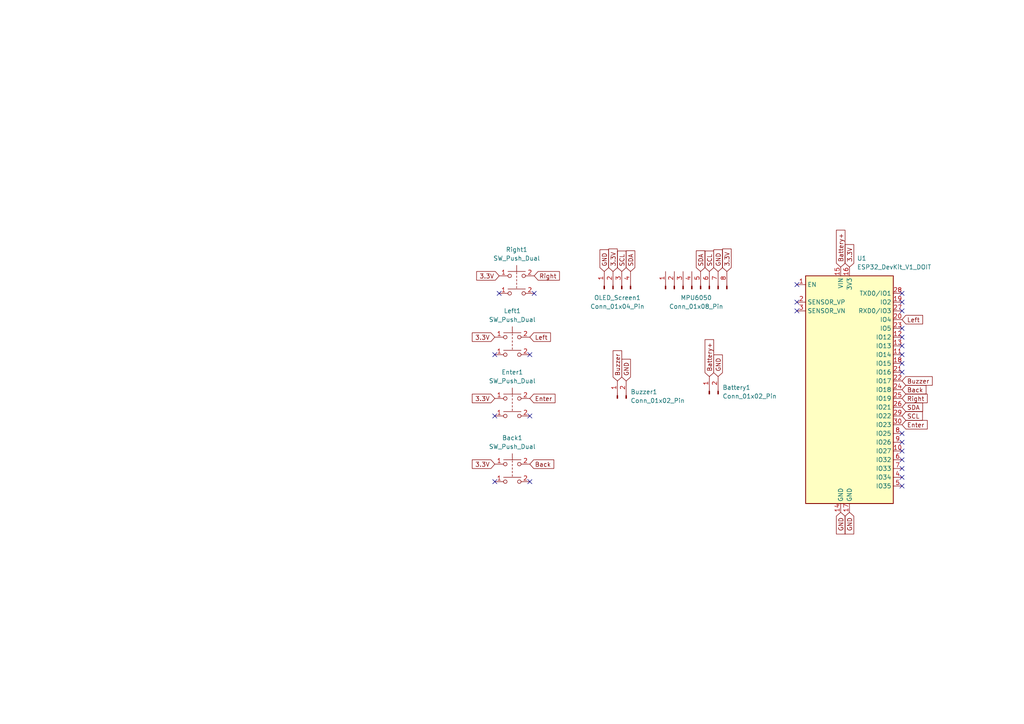
<source format=kicad_sch>
(kicad_sch (version 20230121) (generator eeschema)
  (paper "A4")
  (lib_symbols
    (symbol "Connector:Conn_01x02_Pin" (pin_names (offset 1.016) hide)
      (property "Reference" "J" (at 0 2.54 0))
      (property "Value" "Conn_01x02_Pin" (at 0 -5.08 0))
      (symbol "Conn_01x02_Pin_1_1"
        (polyline (pts (xy 1.27 -2.54) (xy 0.8636 -2.54)) (stroke (width 0.1524)))
        (polyline (pts (xy 1.27 0) (xy 0.8636 0)) (stroke (width 0.1524)))
        (rectangle (start 0.8636 -2.413) (end 0 -2.667) (stroke (width 0.1524)) (fill (type outline)))
        (rectangle (start 0.8636 0.127) (end 0 -0.127) (stroke (width 0.1524)) (fill (type outline)))
        (pin passive line (at 5.08 0 180) (length 3.81) (name "Pin_1") (number "1"))
        (pin passive line (at 5.08 -2.54 180) (length 3.81) (name "Pin_2") (number "2"))
      )
    )
    (symbol "Connector:Conn_01x04_Pin" (pin_names (offset 1.016) hide)
      (property "Reference" "J" (at 0 5.08 0))
      (property "Value" "Conn_01x04_Pin" (at 0 -7.62 0))
      (symbol "Conn_01x04_Pin_1_1"
        (polyline (pts (xy 1.27 -5.08) (xy 0.8636 -5.08)) (stroke (width 0.1524)))
        (polyline (pts (xy 1.27 -2.54) (xy 0.8636 -2.54)) (stroke (width 0.1524)))
        (polyline (pts (xy 1.27 0) (xy 0.8636 0)) (stroke (width 0.1524)))
        (polyline (pts (xy 1.27 2.54) (xy 0.8636 2.54)) (stroke (width 0.1524)))
        (rectangle (start 0.8636 -4.953) (end 0 -5.207) (stroke (width 0.1524)) (fill (type outline)))
        (rectangle (start 0.8636 -2.413) (end 0 -2.667) (stroke (width 0.1524)) (fill (type outline)))
        (rectangle (start 0.8636 0.127) (end 0 -0.127) (stroke (width 0.1524)) (fill (type outline)))
        (rectangle (start 0.8636 2.667) (end 0 2.413) (stroke (width 0.1524)) (fill (type outline)))
        (pin passive line (at 5.08 2.54 180) (length 3.81) (name "Pin_1") (number "1"))
        (pin passive line (at 5.08 0 180) (length 3.81) (name "Pin_2") (number "2"))
        (pin passive line (at 5.08 -2.54 180) (length 3.81) (name "Pin_3") (number "3"))
        (pin passive line (at 5.08 -5.08 180) (length 3.81) (name "Pin_4") (number "4"))
      )
    )
    (symbol "Connector:Conn_01x08_Pin" (pin_names (offset 1.016) hide)
      (property "Reference" "J" (at 0 10.16 0))
      (property "Value" "Conn_01x08_Pin" (at 0 -12.7 0))
      (symbol "Conn_01x08_Pin_1_1"
        (polyline (pts (xy 1.27 -10.16) (xy 0.8636 -10.16)) (stroke (width 0.1524)))
        (polyline (pts (xy 1.27 -7.62) (xy 0.8636 -7.62)) (stroke (width 0.1524)))
        (polyline (pts (xy 1.27 -5.08) (xy 0.8636 -5.08)) (stroke (width 0.1524)))
        (polyline (pts (xy 1.27 -2.54) (xy 0.8636 -2.54)) (stroke (width 0.1524)))
        (polyline (pts (xy 1.27 0) (xy 0.8636 0)) (stroke (width 0.1524)))
        (polyline (pts (xy 1.27 2.54) (xy 0.8636 2.54)) (stroke (width 0.1524)))
        (polyline (pts (xy 1.27 5.08) (xy 0.8636 5.08)) (stroke (width 0.1524)))
        (polyline (pts (xy 1.27 7.62) (xy 0.8636 7.62)) (stroke (width 0.1524)))
        (rectangle (start 0.8636 -10.033) (end 0 -10.287) (stroke (width 0.1524)) (fill (type outline)))
        (rectangle (start 0.8636 -7.493) (end 0 -7.747) (stroke (width 0.1524)) (fill (type outline)))
        (rectangle (start 0.8636 -4.953) (end 0 -5.207) (stroke (width 0.1524)) (fill (type outline)))
        (rectangle (start 0.8636 -2.413) (end 0 -2.667) (stroke (width 0.1524)) (fill (type outline)))
        (rectangle (start 0.8636 0.127) (end 0 -0.127) (stroke (width 0.1524)) (fill (type outline)))
        (rectangle (start 0.8636 2.667) (end 0 2.413) (stroke (width 0.1524)) (fill (type outline)))
        (rectangle (start 0.8636 5.207) (end 0 4.953) (stroke (width 0.1524)) (fill (type outline)))
        (rectangle (start 0.8636 7.747) (end 0 7.493) (stroke (width 0.1524)) (fill (type outline)))
        (pin passive line (at 5.08 7.62 180) (length 3.81) (name "Pin_1") (number "1"))
        (pin passive line (at 5.08 5.08 180) (length 3.81) (name "Pin_2") (number "2"))
        (pin passive line (at 5.08 2.54 180) (length 3.81) (name "Pin_3") (number "3"))
        (pin passive line (at 5.08 0 180) (length 3.81) (name "Pin_4") (number "4"))
        (pin passive line (at 5.08 -2.54 180) (length 3.81) (name "Pin_5") (number "5"))
        (pin passive line (at 5.08 -5.08 180) (length 3.81) (name "Pin_6") (number "6"))
        (pin passive line (at 5.08 -7.62 180) (length 3.81) (name "Pin_7") (number "7"))
        (pin passive line (at 5.08 -10.16 180) (length 3.81) (name "Pin_8") (number "8"))
      )
    )
    (symbol "SW_Push_Dual_1" (pin_names (offset 1.016) hide)
      (property "Reference" "Right1" (at 0 7.62 0))
      (property "Value" "SW_Push_Dual" (at 0 5.08 0))
      (symbol "SW_Push_Dual_1_0_1"
        (circle (center -2.032 -5.08) (radius 0.508))
        (circle (center -2.032 0) (radius 0.508))
        (polyline (pts (xy 0 -3.048) (xy 0 -3.556)))
        (polyline (pts (xy 0 -2.032) (xy 0 -2.54)))
        (polyline (pts (xy 0 -1.524) (xy 0 -1.016)))
        (polyline (pts (xy 0 -0.508) (xy 0 0)))
        (polyline (pts (xy 0 0.508) (xy 0 1.016)))
        (polyline (pts (xy 0 1.27) (xy 0 3.048)))
        (polyline (pts (xy 2.54 -3.81) (xy -2.54 -3.81)))
        (polyline (pts (xy 2.54 1.27) (xy -2.54 1.27)))
        (circle (center 2.032 -5.08) (radius 0.508))
        (circle (center 2.032 0) (radius 0.508))
        (pin passive line (at -5.08 0 0) (length 2.54) (name "1") (number "1"))
        (pin passive line (at 5.08 0 180) (length 2.54) (name "2") (number "2"))
      )
      (symbol "SW_Push_Dual_1_1_1"
        (pin passive line (at -5.08 -5.08 0) (length 2.54) (name "1") (number "1"))
        (pin passive line (at 5.08 -5.08 180) (length 2.54) (name "2") (number "2"))
      )
    )
    (symbol "SW_Push_Dual_2" (pin_names (offset 1.016) hide)
      (property "Reference" "Left1" (at 0 7.62 0))
      (property "Value" "SW_Push_Dual" (at 0 5.08 0))
      (symbol "SW_Push_Dual_2_0_1"
        (circle (center -2.032 -5.08) (radius 0.508))
        (circle (center -2.032 0) (radius 0.508))
        (polyline (pts (xy 0 -3.048) (xy 0 -3.556)))
        (polyline (pts (xy 0 -2.032) (xy 0 -2.54)))
        (polyline (pts (xy 0 -1.524) (xy 0 -1.016)))
        (polyline (pts (xy 0 -0.508) (xy 0 0)))
        (polyline (pts (xy 0 0.508) (xy 0 1.016)))
        (polyline (pts (xy 0 1.27) (xy 0 3.048)))
        (polyline (pts (xy 2.54 -3.81) (xy -2.54 -3.81)))
        (polyline (pts (xy 2.54 1.27) (xy -2.54 1.27)))
        (circle (center 2.032 -5.08) (radius 0.508))
        (circle (center 2.032 0) (radius 0.508))
        (pin passive line (at -5.08 0 0) (length 2.54) (name "1") (number "1"))
        (pin passive line (at 5.08 0 180) (length 2.54) (name "2") (number "2"))
      )
      (symbol "SW_Push_Dual_2_1_1"
        (pin passive line (at -5.08 -5.08 0) (length 2.54) (name "1") (number "1"))
        (pin passive line (at 5.08 -5.08 180) (length 2.54) (name "2") (number "2"))
      )
    )
    (symbol "SW_Push_Dual_3" (pin_names (offset 1.016) hide)
      (property "Reference" "Enter1" (at 0 7.62 0))
      (property "Value" "SW_Push_Dual" (at 0 5.08 0))
      (symbol "SW_Push_Dual_3_0_1"
        (circle (center -2.032 -5.08) (radius 0.508))
        (circle (center -2.032 0) (radius 0.508))
        (polyline (pts (xy 0 -3.048) (xy 0 -3.556)))
        (polyline (pts (xy 0 -2.032) (xy 0 -2.54)))
        (polyline (pts (xy 0 -1.524) (xy 0 -1.016)))
        (polyline (pts (xy 0 -0.508) (xy 0 0)))
        (polyline (pts (xy 0 0.508) (xy 0 1.016)))
        (polyline (pts (xy 0 1.27) (xy 0 3.048)))
        (polyline (pts (xy 2.54 -3.81) (xy -2.54 -3.81)))
        (polyline (pts (xy 2.54 1.27) (xy -2.54 1.27)))
        (circle (center 2.032 -5.08) (radius 0.508))
        (circle (center 2.032 0) (radius 0.508))
        (pin passive line (at -5.08 0 0) (length 2.54) (name "1") (number "1"))
        (pin passive line (at 5.08 0 180) (length 2.54) (name "2") (number "2"))
      )
      (symbol "SW_Push_Dual_3_1_1"
        (pin passive line (at -5.08 -5.08 0) (length 2.54) (name "1") (number "1"))
        (pin passive line (at 5.08 -5.08 180) (length 2.54) (name "2") (number "2"))
      )
    )
    (symbol "Switch:SW_Push_Dual" (pin_names (offset 1.016) hide)
      (property "Reference" "Back1" (at 0 7.62 0))
      (property "Value" "SW_Push_Dual" (at 0 5.08 0))
      (symbol "SW_Push_Dual_0_1"
        (circle (center -2.032 -5.08) (radius 0.508))
        (circle (center -2.032 0) (radius 0.508))
        (polyline (pts (xy 0 -3.048) (xy 0 -3.556)))
        (polyline (pts (xy 0 -2.032) (xy 0 -2.54)))
        (polyline (pts (xy 0 -1.524) (xy 0 -1.016)))
        (polyline (pts (xy 0 -0.508) (xy 0 0)))
        (polyline (pts (xy 0 0.508) (xy 0 1.016)))
        (polyline (pts (xy 0 1.27) (xy 0 3.048)))
        (polyline (pts (xy 2.54 -3.81) (xy -2.54 -3.81)))
        (polyline (pts (xy 2.54 1.27) (xy -2.54 1.27)))
        (circle (center 2.032 -5.08) (radius 0.508))
        (circle (center 2.032 0) (radius 0.508))
        (pin passive line (at -5.08 0 0) (length 2.54) (name "1") (number "1"))
        (pin passive line (at 5.08 0 180) (length 2.54) (name "2") (number "2"))
      )
      (symbol "SW_Push_Dual_1_1"
        (pin passive line (at -5.08 -5.08 0) (length 2.54) (name "1") (number "1"))
        (pin passive line (at 5.08 -5.08 180) (length 2.54) (name "2") (number "2"))
      )
    )
    (symbol "esp32_devkit_v1_doit:ESP32_DevKit_V1_DOIT"
      (property "Reference" "U" (at -11.43 34.29 0))
      (property "Value" "ESP32_DevKit_V1_DOIT" (at 11.43 34.29 0))
      (symbol "ESP32_DevKit_V1_DOIT_1_1"
        (rectangle (start -12.7 33.02) (end 12.7 -33.02) (stroke (width 0.254)) (fill (type background)))
        (pin input line (at -15.24 30.48 0) (length 2.54) (name "EN") (number "1"))
        (pin bidirectional line (at 15.24 -17.78 180) (length 2.54) (name "IO27") (number "10"))
        (pin bidirectional line (at 15.24 10.16 180) (length 2.54) (name "IO14") (number "11"))
        (pin bidirectional line (at 15.24 15.24 180) (length 2.54) (name "IO12") (number "12"))
        (pin bidirectional line (at 15.24 12.7 180) (length 2.54) (name "IO13") (number "13"))
        (pin power_in line (at -2.54 -35.56 90) (length 2.54) (name "GND") (number "14"))
        (pin power_in line (at -2.54 35.56 270) (length 2.54) (name "VIN") (number "15"))
        (pin power_in line (at 0 35.56 270) (length 2.54) (name "3V3") (number "16"))
        (pin power_in line (at 0 -35.56 90) (length 2.54) (name "GND") (number "17"))
        (pin bidirectional line (at 15.24 7.62 180) (length 2.54) (name "IO15") (number "18"))
        (pin bidirectional line (at 15.24 25.4 180) (length 2.54) (name "IO2") (number "19"))
        (pin input line (at -15.24 25.4 0) (length 2.54) (name "SENSOR_VP") (number "2"))
        (pin bidirectional line (at 15.24 20.32 180) (length 2.54) (name "IO4") (number "20"))
        (pin bidirectional line (at 15.24 5.08 180) (length 2.54) (name "IO16") (number "21"))
        (pin bidirectional line (at 15.24 2.54 180) (length 2.54) (name "IO17") (number "22"))
        (pin bidirectional line (at 15.24 17.78 180) (length 2.54) (name "IO5") (number "23"))
        (pin bidirectional line (at 15.24 0 180) (length 2.54) (name "IO18") (number "24"))
        (pin bidirectional line (at 15.24 -2.54 180) (length 2.54) (name "IO19") (number "25"))
        (pin bidirectional line (at 15.24 -5.08 180) (length 2.54) (name "IO21") (number "26"))
        (pin bidirectional line (at 15.24 22.86 180) (length 2.54) (name "RXD0/IO3") (number "27"))
        (pin bidirectional line (at 15.24 27.94 180) (length 2.54) (name "TXD0/IO1") (number "28"))
        (pin bidirectional line (at 15.24 -7.62 180) (length 2.54) (name "IO22") (number "29"))
        (pin input line (at -15.24 22.86 0) (length 2.54) (name "SENSOR_VN") (number "3"))
        (pin bidirectional line (at 15.24 -10.16 180) (length 2.54) (name "IO23") (number "30"))
        (pin input line (at 15.24 -25.4 180) (length 2.54) (name "IO34") (number "4"))
        (pin input line (at 15.24 -27.94 180) (length 2.54) (name "IO35") (number "5"))
        (pin bidirectional line (at 15.24 -20.32 180) (length 2.54) (name "IO32") (number "6"))
        (pin bidirectional line (at 15.24 -22.86 180) (length 2.54) (name "IO33") (number "7"))
        (pin bidirectional line (at 15.24 -12.7 180) (length 2.54) (name "IO25") (number "8"))
        (pin bidirectional line (at 15.24 -15.24 180) (length 2.54) (name "IO26") (number "9"))
      )
    )
  )
  (no_connect (at 153.67 120.65))
  (no_connect (at 261.62 102.87))
  (no_connect (at 261.62 135.89))
  (no_connect (at 153.67 139.7))
  (no_connect (at 154.94 85.09))
  (no_connect (at 143.51 102.87))
  (no_connect (at 261.62 97.79))
  (no_connect (at 153.67 102.87))
  (no_connect (at 261.62 133.35))
  (no_connect (at 143.51 120.65))
  (no_connect (at 261.62 90.17))
  (no_connect (at 261.62 125.73))
  (no_connect (at 261.62 87.63))
  (no_connect (at 144.78 85.09))
  (no_connect (at 261.62 95.25))
  (no_connect (at 143.51 139.7))
  (no_connect (at 261.62 105.41))
  (no_connect (at 231.14 90.17))
  (no_connect (at 261.62 100.33))
  (no_connect (at 261.62 138.43))
  (no_connect (at 231.14 82.55))
  (no_connect (at 261.62 130.81))
  (no_connect (at 261.62 107.95))
  (no_connect (at 261.62 128.27))
  (no_connect (at 261.62 85.09))
  (no_connect (at 261.62 140.97))
  (no_connect (at 231.14 87.63))
  (global_label "Back" (shape input) (at 153.67 134.62 0) (property "Intersheetrefs" "${INTERSHEET_REFS}" (effects hide)))
  (global_label "SDA" (shape input) (at 182.88 78.74 90) (property "Intersheetrefs" "${INTERSHEET_REFS}" (effects hide)))
  (global_label "3.3V" (shape input) (at 143.51 97.79 180) (property "Intersheetrefs" "${INTERSHEET_REFS}" (effects hide)))
  (global_label "Buzzer" (shape input) (at 179.07 110.49 90) (property "Intersheetrefs" "${INTERSHEET_REFS}" (effects hide)))
  (global_label "Back" (shape input) (at 261.62 113.03 0) (property "Intersheetrefs" "${INTERSHEET_REFS}" (effects hide)))
  (global_label "3.3V" (shape input) (at 144.78 80.01 180) (property "Intersheetrefs" "${INTERSHEET_REFS}" (effects hide)))
  (global_label "GND" (shape input) (at 175.26 78.74 90) (property "Intersheetrefs" "${INTERSHEET_REFS}" (effects hide)))
  (global_label "Right" (shape input) (at 261.62 115.57 0) (property "Intersheetrefs" "${INTERSHEET_REFS}" (effects hide)))
  (global_label "3.3V" (shape input) (at 210.82 78.74 90) (property "Intersheetrefs" "${INTERSHEET_REFS}" (effects hide)))
  (global_label "3.3V" (shape input) (at 177.8 78.74 90) (property "Intersheetrefs" "${INTERSHEET_REFS}" (effects hide)))
  (global_label "GND" (shape input) (at 208.28 78.74 90) (property "Intersheetrefs" "${INTERSHEET_REFS}" (effects hide)))
  (global_label "Left" (shape input) (at 153.67 97.79 0) (property "Intersheetrefs" "${INTERSHEET_REFS}" (effects hide)))
  (global_label "Enter" (shape input) (at 261.62 123.19 0) (property "Intersheetrefs" "${INTERSHEET_REFS}" (effects hide)))
  (global_label "GND" (shape input) (at 246.38 148.59 270) (property "Intersheetrefs" "${INTERSHEET_REFS}" (effects hide)))
  (global_label "Battery+" (shape input) (at 243.84 77.47 90) (property "Intersheetrefs" "${INTERSHEET_REFS}" (effects hide)))
  (global_label "GND" (shape input) (at 208.28 109.22 90) (property "Intersheetrefs" "${INTERSHEET_REFS}" (effects hide)))
  (global_label "GND" (shape input) (at 243.84 148.59 270) (property "Intersheetrefs" "${INTERSHEET_REFS}" (effects hide)))
  (global_label "Buzzer" (shape input) (at 261.62 110.49 0) (property "Intersheetrefs" "${INTERSHEET_REFS}" (effects hide)))
  (global_label "SDA" (shape input) (at 261.62 118.11 0) (property "Intersheetrefs" "${INTERSHEET_REFS}" (effects hide)))
  (global_label "SCL" (shape input) (at 205.74 78.74 90) (property "Intersheetrefs" "${INTERSHEET_REFS}" (effects hide)))
  (global_label "SDA" (shape input) (at 203.2 78.74 90) (property "Intersheetrefs" "${INTERSHEET_REFS}" (effects hide)))
  (global_label "3.3V" (shape input) (at 143.51 134.62 180) (property "Intersheetrefs" "${INTERSHEET_REFS}" (effects hide)))
  (global_label "Right" (shape input) (at 154.94 80.01 0) (property "Intersheetrefs" "${INTERSHEET_REFS}" (effects hide)))
  (global_label "Battery+" (shape input) (at 205.74 109.22 90) (property "Intersheetrefs" "${INTERSHEET_REFS}" (effects hide)))
  (global_label "3.3V" (shape input) (at 246.38 77.47 90) (property "Intersheetrefs" "${INTERSHEET_REFS}" (effects hide)))
  (global_label "Left" (shape input) (at 261.62 92.71 0) (property "Intersheetrefs" "${INTERSHEET_REFS}" (effects hide)))
  (global_label "SCL" (shape input) (at 261.62 120.65 0) (property "Intersheetrefs" "${INTERSHEET_REFS}" (effects hide)))
  (global_label "Enter" (shape input) (at 153.67 115.57 0) (property "Intersheetrefs" "${INTERSHEET_REFS}" (effects hide)))
  (global_label "SCL" (shape input) (at 180.34 78.74 90) (property "Intersheetrefs" "${INTERSHEET_REFS}" (effects hide)))
  (global_label "GND" (shape input) (at 181.61 110.49 90) (property "Intersheetrefs" "${INTERSHEET_REFS}" (effects hide)))
  (global_label "3.3V" (shape input) (at 143.51 115.57 180) (property "Intersheetrefs" "${INTERSHEET_REFS}" (effects hide)))
  (symbol (lib_name "SW_Push_Dual_3") (lib_id "Switch:SW_Push_Dual") (at 148.59 115.57 0) (unit 1)
    (property "Reference" "Enter1" (at 148.59 107.95 0))
    (property "Value" "SW_Push_Dual" (at 148.59 110.49 0))
    (property "Footprint" "Button_Switch_THT:SW_PUSH-12mm" (effects hide))
  )
  (symbol (lib_name "SW_Push_Dual_2") (lib_id "Switch:SW_Push_Dual") (at 148.59 97.79 0) (unit 1)
    (property "Reference" "Left1" (at 148.59 90.17 0))
    (property "Value" "SW_Push_Dual" (at 148.59 92.71 0))
    (property "Footprint" "Button_Switch_THT:SW_PUSH-12mm" (effects hide))
  )
  (symbol (lib_id "Connector:Conn_01x04_Pin") (at 177.8 83.82 90) (unit 1)
    (property "Reference" "OLED_Screen1" (at 179.07 86.36 90))
    (property "Value" "Conn_01x04_Pin" (at 179.07 88.9 90))
    (property "Footprint" "Connector_PinHeader_2.54mm:PinHeader_1x04_P2.54mm_Vertical" (effects hide))
  )
  (symbol (lib_id "esp32_devkit_v1_doit:ESP32_DevKit_V1_DOIT") (at 246.38 113.03 0) (unit 1)
    (property "Reference" "U1" (at 248.5741 74.93 0) (effects (justify left)))
    (property "Value" "ESP32_DevKit_V1_DOIT" (at 248.5741 77.47 0) (effects (justify left)))
    (property "Footprint" "esp32_devkit_v1_doit:esp32_devkit_v1_doit" (effects hide))
    (property "Datasheet" "https://aliexpress.com/item/32864722159.html" (effects hide))
  )
  (symbol (lib_id "Connector:Conn_01x02_Pin") (at 205.74 114.3 90) (unit 1)
    (property "Reference" "Battery1" (at 209.55 112.395 90) (effects (justify right)))
    (property "Value" "Conn_01x02_Pin" (at 209.55 114.935 90) (effects (justify right)))
    (property "Footprint" "Connector_PinHeader_2.54mm:PinHeader_1x02_P2.54mm_Vertical" (effects hide))
  )
  (symbol (lib_id "Connector:Conn_01x08_Pin") (at 200.66 83.82 90) (unit 1)
    (property "Reference" "MPU6050" (at 201.93 86.36 90))
    (property "Value" "Conn_01x08_Pin" (at 201.93 88.9 90))
    (property "Footprint" "Connector_PinHeader_2.54mm:PinHeader_1x08_P2.54mm_Vertical" (effects hide))
  )
  (symbol (lib_name "SW_Push_Dual_1") (lib_id "Switch:SW_Push_Dual") (at 149.86 80.01 0) (unit 1)
    (property "Reference" "Right1" (at 149.86 72.39 0))
    (property "Value" "SW_Push_Dual" (at 149.86 74.93 0))
    (property "Footprint" "Button_Switch_THT:SW_PUSH-12mm" (effects hide))
  )
  (symbol (lib_id "Connector:Conn_01x02_Pin") (at 179.07 115.57 90) (unit 1)
    (property "Reference" "Buzzer1" (at 182.88 113.665 90) (effects (justify right)))
    (property "Value" "Conn_01x02_Pin" (at 182.88 116.205 90) (effects (justify right)))
    (property "Footprint" "Connector_PinHeader_2.54mm:PinHeader_1x02_P2.54mm_Vertical" (effects hide))
  )
  (symbol (lib_id "Switch:SW_Push_Dual") (at 148.59 134.62 0) (unit 1)
    (property "Reference" "Back1" (at 148.59 127 0))
    (property "Value" "SW_Push_Dual" (at 148.59 129.54 0))
    (property "Footprint" "Button_Switch_THT:SW_PUSH-12mm" (effects hide))
  )
)
</source>
